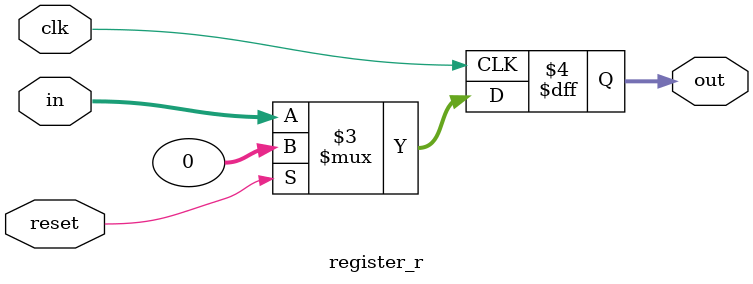
<source format=v>
module register_r #(parameter W=32)(clk, reset, in, out);
	input clk;
	input wire [(W-1):0] in;
	input wire reset;
	output reg [(W-1):0] out;
	
	always @(posedge clk)
		out = (reset==1) ? 0 : in;
endmodule

</source>
